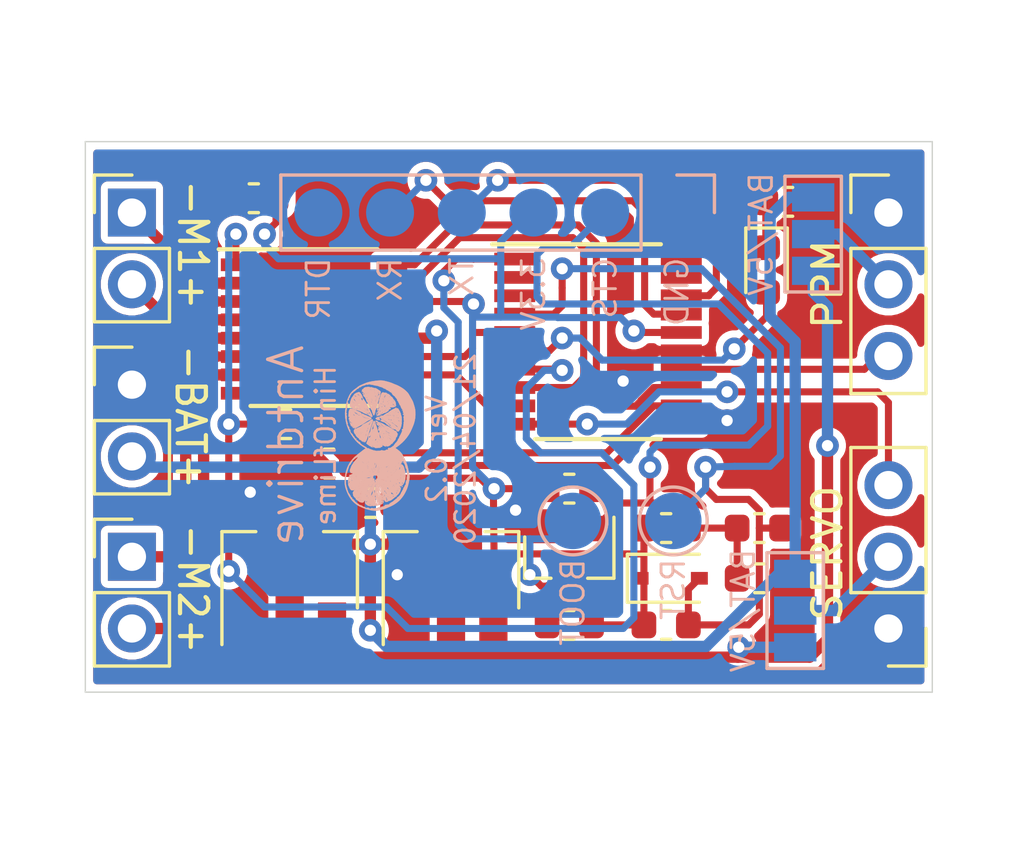
<source format=kicad_pcb>
(kicad_pcb (version 20171130) (host pcbnew "(5.1.5)-3")
  (layers (0 F.Cu signal) (31 B.Cu signal) (34 B.Paste user) (35 F.Paste user) (36 B.SilkS user) (37 F.SilkS user) (38 B.Mask user) (39 F.Mask user) (44 Edge.Cuts user))
  (net 0 "")
  (net 1 +BATT)
  (net 2 "Net-(M1-Pad2)")
  (net 3 "Net-(M1-Pad1)")
  (net 4 "Net-(M2-Pad2)")
  (net 5 "Net-(M2-Pad1)")
  (net 6 BOOT)
  (net 7 +3V3)
  (net 8 !SLEEP)
  (net 9 !FAULT)
  (net 10 "Net-(U2-Pad20)")
  (net 11 BIN2)
  (net 12 BIN1)
  (net 13 AIN2)
  (net 14 AIN1)
  (net 15 "Net-(U2-Pad3)")
  (net 16 "Net-(U2-Pad2)")
  (net 17 GND)
  (net 18 PPM)
  (net 19 LED)
  (net 20 "Net-(D1-Pad1)")
  (net 21 !RST)
  (net 22 DTR)
  (net 23 CTS)
  (net 24 TX)
  (net 25 RX)
  (net 26 SERVO)
  (net 27 "Net-(J2-Pad2)")
  (net 28 "Net-(J3-Pad2)")
  (net 29 +5V)
  (net 30 "Net-(U2-Pad19)")
  (module Symbol:lime_5mm (layer B.Cu) (at 161.163 48.768 270)
    (fp_text reference LOGO1 hide)
    (fp_text value TestPoint hide)
  )
  (module Package_SO:TSSOP-20_4.4x6.5mm_P0.65mm (layer F.Cu) (at 168.91 45.085)
    (fp_text reference U2 hide)
    (fp_text value STM32F030F4Px)
    (pad 20 smd rect (at 2.95 -2.925) (size 1.45 0.45) (layers F.Cu F.Paste F.Mask) (net 10 "Net-(U2-Pad20)"))
    (pad 19 smd rect (at 2.95 -2.275) (size 1.45 0.45) (layers F.Cu F.Paste F.Mask) (net 30 "Net-(U2-Pad19)"))
    (pad 18 smd rect (at 2.95 -1.625) (size 1.45 0.45) (layers F.Cu F.Paste F.Mask) (net 24 TX))
    (pad 17 smd rect (at 2.95 -0.975) (size 1.45 0.45) (layers F.Cu F.Paste F.Mask) (net 25 RX))
    (pad 16 smd rect (at 2.95 -0.325) (size 1.45 0.45) (layers F.Cu F.Paste F.Mask) (net 7 +3V3))
    (pad 15 smd rect (at 2.95 0.325) (size 1.45 0.45) (layers F.Cu F.Paste F.Mask) (net 17 GND))
    (pad 14 smd rect (at 2.95 0.975) (size 1.45 0.45) (layers F.Cu F.Paste F.Mask) (net 18 PPM))
    (pad 13 smd rect (at 2.95 1.625) (size 1.45 0.45) (layers F.Cu F.Paste F.Mask) (net 14 AIN1))
    (pad 12 smd rect (at 2.95 2.275) (size 1.45 0.45) (layers F.Cu F.Paste F.Mask) (net 12 BIN1))
    (pad 11 smd rect (at 2.95 2.925) (size 1.45 0.45) (layers F.Cu F.Paste F.Mask) (net 9 !FAULT))
    (pad 10 smd rect (at -2.95 2.925) (size 1.45 0.45) (layers F.Cu F.Paste F.Mask) (net 26 SERVO))
    (pad 9 smd rect (at -2.95 2.275) (size 1.45 0.45) (layers F.Cu F.Paste F.Mask) (net 11 BIN2))
    (pad 8 smd rect (at -2.95 1.625) (size 1.45 0.45) (layers F.Cu F.Paste F.Mask) (net 13 AIN2))
    (pad 7 smd rect (at -2.95 0.975) (size 1.45 0.45) (layers F.Cu F.Paste F.Mask) (net 8 !SLEEP))
    (pad 6 smd rect (at -2.95 0.325) (size 1.45 0.45) (layers F.Cu F.Paste F.Mask) (net 19 LED))
    (pad 5 smd rect (at -2.95 -0.325) (size 1.45 0.45) (layers F.Cu F.Paste F.Mask) (net 7 +3V3))
    (pad 4 smd rect (at -2.95 -0.975) (size 1.45 0.45) (layers F.Cu F.Paste F.Mask) (net 21 !RST))
    (pad 3 smd rect (at -2.95 -1.625) (size 1.45 0.45) (layers F.Cu F.Paste F.Mask) (net 15 "Net-(U2-Pad3)"))
    (pad 2 smd rect (at -2.95 -2.275) (size 1.45 0.45) (layers F.Cu F.Paste F.Mask) (net 16 "Net-(U2-Pad2)"))
    (pad 1 smd rect (at -2.95 -2.925) (size 1.45 0.45) (layers F.Cu F.Paste F.Mask) (net 6 BOOT))
  )
  (module Package_SO:TSSOP-16-1EP_4.4x5mm_P0.65mm (layer F.Cu) (at 158.85 44.6375)
    (fp_text reference U3 hide)
    (fp_text value DRV8848)
    (pad 17 smd rect (at -0.735 -1.3425) (size 1.47 0.895) (layers F.Cu F.Paste F.Mask) (net 17 GND))
    (pad 17 smd rect (at -0.735 -0.4475) (size 1.47 0.895) (layers F.Cu F.Paste F.Mask) (net 17 GND))
    (pad 17 smd rect (at -0.735 0.4475) (size 1.47 0.895) (layers F.Cu F.Paste F.Mask) (net 17 GND))
    (pad 17 smd rect (at -0.735 1.3425) (size 1.47 0.895) (layers F.Cu F.Paste F.Mask) (net 17 GND))
    (pad 17 smd rect (at 0.735 -1.3425) (size 1.47 0.895) (layers F.Cu F.Paste F.Mask) (net 17 GND))
    (pad 17 smd rect (at 0.735 -0.4475) (size 1.47 0.895) (layers F.Cu F.Paste F.Mask) (net 17 GND))
    (pad 17 smd rect (at 0.735 0.4475) (size 1.47 0.895) (layers F.Cu F.Paste F.Mask) (net 17 GND))
    (pad 17 smd rect (at 0.735 1.3425) (size 1.47 0.895) (layers F.Cu F.Paste F.Mask) (net 17 GND))
    (pad 16 smd rect (at 2.775 -2.275) (size 1.05 0.45) (layers F.Cu F.Paste F.Mask) (net 14 AIN1))
    (pad 15 smd rect (at 2.775 -1.625) (size 1.05 0.45) (layers F.Cu F.Paste F.Mask) (net 13 AIN2))
    (pad 14 smd rect (at 2.775 -0.975) (size 1.05 0.45) (layers F.Cu F.Paste F.Mask) (net 7 +3V3))
    (pad 13 smd rect (at 2.775 -0.325) (size 1.05 0.45) (layers F.Cu F.Paste F.Mask) (net 17 GND))
    (pad 12 smd rect (at 2.775 0.325) (size 1.05 0.45) (layers F.Cu F.Paste F.Mask) (net 1 +BATT))
    (pad 11 smd rect (at 2.775 0.975) (size 1.05 0.45) (layers F.Cu F.Paste F.Mask) (net 7 +3V3))
    (pad 10 smd rect (at 2.775 1.625) (size 1.05 0.45) (layers F.Cu F.Paste F.Mask) (net 11 BIN2))
    (pad 9 smd rect (at 2.775 2.275) (size 1.05 0.45) (layers F.Cu F.Paste F.Mask) (net 12 BIN1))
    (pad 8 smd rect (at -2.775 2.275) (size 1.05 0.45) (layers F.Cu F.Paste F.Mask) (net 9 !FAULT))
    (pad 7 smd rect (at -2.775 1.625) (size 1.05 0.45) (layers F.Cu F.Paste F.Mask) (net 4 "Net-(M2-Pad2)"))
    (pad 6 smd rect (at -2.775 0.975) (size 1.05 0.45) (layers F.Cu F.Paste F.Mask) (net 17 GND))
    (pad 5 smd rect (at -2.775 0.325) (size 1.05 0.45) (layers F.Cu F.Paste F.Mask) (net 5 "Net-(M2-Pad1)"))
    (pad 4 smd rect (at -2.775 -0.325) (size 1.05 0.45) (layers F.Cu F.Paste F.Mask) (net 2 "Net-(M1-Pad2)"))
    (pad 3 smd rect (at -2.775 -0.975) (size 1.05 0.45) (layers F.Cu F.Paste F.Mask) (net 17 GND))
    (pad 2 smd rect (at -2.775 -1.625) (size 1.05 0.45) (layers F.Cu F.Paste F.Mask) (net 3 "Net-(M1-Pad1)"))
    (pad 1 smd rect (at -2.775 -2.275) (size 1.05 0.45) (layers F.Cu F.Paste F.Mask) (net 8 !SLEEP))
  )
  (module Package_TO_SOT_SMD:SOT-89-3 (layer F.Cu) (at 163.703 53.594 90)
    (fp_text reference U5 hide)
    (fp_text value HT75xx-1-SOT89)
    (pad 2 smd trapezoid (at 2.667 0) (size 1.6 0.85) (rect_delta 0 0.6) (layers F.Cu F.Paste F.Mask) (net 1 +BATT))
    (pad 1 smd rect (at -1.48 -1.5) (size 1 1.5) (layers F.Cu F.Paste F.Mask) (net 17 GND))
    (pad 2 smd rect (at -1.3335 0) (size 1 1.8) (layers F.Cu F.Paste F.Mask) (net 1 +BATT))
    (pad 3 smd rect (at -1.48 1.5) (size 1 1.5) (layers F.Cu F.Paste F.Mask) (net 7 +3V3))
    (pad 2 smd rect (at 1.3335 0) (size 2.2 1.84) (layers F.Cu F.Paste F.Mask) (net 1 +BATT))
    (pad 2 smd trapezoid (at -0.0762 0 180) (size 1.5 1) (rect_delta 0 0.7) (layers F.Cu F.Paste F.Mask) (net 1 +BATT))
  )
  (module TestPoint:TestPoint_Pad_D2.0mm (layer B.Cu) (at 171.577 51.435)
    (fp_text reference TP2 hide)
    (fp_text value Conn_01x01)
    (pad 1 smd circle (at 0 0) (size 2 2) (layers B.Cu B.Mask) (net 21 !RST))
  )
  (module TestPoint:TestPoint_Pad_D2.0mm (layer B.Cu) (at 168.021 51.435)
    (fp_text reference TP1 hide)
    (fp_text value Conn_01x01)
    (pad 1 smd circle (at 0 0) (size 2 2) (layers B.Cu B.Mask) (net 6 BOOT))
  )
  (module Resistor_SMD:R_0603_1608Metric (layer F.Cu) (at 171.323 55.118)
    (fp_text reference R7 hide)
    (fp_text value 10k)
    (pad 2 smd roundrect (at 0.7875 0) (size 0.875 0.95) (layers F.Cu F.Paste F.Mask) (net 21 !RST))
    (pad 1 smd roundrect (at -0.7875 0) (size 0.875 0.95) (layers F.Cu F.Paste F.Mask) (net 7 +3V3))
  )
  (module Resistor_SMD:R_0603_1608Metric (layer F.Cu) (at 174.625 53.467)
    (fp_text reference R6 hide)
    (fp_text value 680)
    (pad 2 smd roundrect (at 0.7875 0) (size 0.875 0.95) (layers F.Cu F.Paste F.Mask) (net 17 GND))
    (pad 1 smd roundrect (at -0.7875 0) (size 0.875 0.95) (layers F.Cu F.Paste F.Mask) (net 23 CTS))
  )
  (module Resistor_SMD:R_0603_1608Metric (layer F.Cu) (at 167.894 55.118)
    (fp_text reference R5 hide)
    (fp_text value 1k)
    (pad 2 smd roundrect (at 0.7875 0) (size 0.875 0.95) (layers F.Cu F.Paste F.Mask) (net 7 +3V3))
    (pad 1 smd roundrect (at -0.7875 0) (size 0.875 0.95) (layers F.Cu F.Paste F.Mask) (net 6 BOOT))
  )
  (module Resistor_SMD:R_0603_1608Metric (layer F.Cu) (at 175.641 40.132 180)
    (fp_text reference R4 hide)
    (fp_text value 220)
    (pad 2 smd roundrect (at 0.7875 0 180) (size 0.875 0.95) (layers F.Cu F.Paste F.Mask) (net 20 "Net-(D1-Pad1)"))
    (pad 1 smd roundrect (at -0.7875 0 180) (size 0.875 0.95) (layers F.Cu F.Paste F.Mask) (net 17 GND))
  )
  (module Resistor_SMD:R_0603_1608Metric (layer F.Cu) (at 167.894 50.292 180)
    (fp_text reference R3 hide)
    (fp_text value 1k)
    (pad 2 smd roundrect (at 0.7875 0 180) (size 0.875 0.95) (layers F.Cu F.Paste F.Mask) (net 7 +3V3))
    (pad 1 smd roundrect (at -0.7875 0 180) (size 0.875 0.95) (layers F.Cu F.Paste F.Mask) (net 9 !FAULT))
  )
  (module Resistor_SMD:R_0603_1608Metric (layer F.Cu) (at 157.861 48.006)
    (fp_text reference R2 hide)
    (fp_text value 1k)
    (pad 2 smd roundrect (at 0.7875 0) (size 0.875 0.95) (layers F.Cu F.Paste F.Mask) (net 7 +3V3))
    (pad 1 smd roundrect (at -0.7875 0) (size 0.875 0.95) (layers F.Cu F.Paste F.Mask) (net 8 !SLEEP))
  )
  (module Resistor_SMD:R_0603_1608Metric (layer F.Cu) (at 171.323 51.689 180)
    (fp_text reference R1 hide)
    (fp_text value 1k)
    (pad 2 smd roundrect (at 0.7875 0 180) (size 0.875 0.95) (layers F.Cu F.Paste F.Mask) (net 7 +3V3))
    (pad 1 smd roundrect (at -0.7875 0 180) (size 0.875 0.95) (layers F.Cu F.Paste F.Mask) (net 23 CTS))
  )
  (module Package_TO_SOT_SMD:SOT-23 (layer F.Cu) (at 167.894 52.705 270)
    (fp_text reference Q1 hide)
    (fp_text value MMBT3904)
    (pad 3 smd rect (at 1 0 270) (size 0.9 0.8) (layers F.Cu F.Paste F.Mask) (net 6 BOOT))
    (pad 2 smd rect (at -1 0.95 270) (size 0.9 0.8) (layers F.Cu F.Paste F.Mask) (net 17 GND))
    (pad 1 smd rect (at -1 -0.95 270) (size 0.9 0.8) (layers F.Cu F.Paste F.Mask) (net 23 CTS))
  )
  (module Connector_PinHeader_2.54mm:PinHeader_1x02_P2.54mm_Vertical (layer F.Cu) (at 152.4 52.705)
    (fp_text reference M2 hide)
    (fp_text value Conn_01x02)
    (pad 2 thru_hole oval (at 0 2.54) (size 1.7 1.7) (drill 1) (layers *.Cu *.Mask) (net 4 "Net-(M2-Pad2)"))
    (pad 1 thru_hole rect (at 0 0) (size 1.7 1.7) (drill 1) (layers *.Cu *.Mask) (net 5 "Net-(M2-Pad1)"))
  )
  (module Connector_PinHeader_2.54mm:PinHeader_1x02_P2.54mm_Vertical (layer F.Cu) (at 152.4 40.513)
    (fp_text reference M1 hide)
    (fp_text value Conn_01x02)
    (pad 2 thru_hole oval (at 0 2.54) (size 1.7 1.7) (drill 1) (layers *.Cu *.Mask) (net 2 "Net-(M1-Pad2)"))
    (pad 1 thru_hole rect (at 0 0) (size 1.7 1.7) (drill 1) (layers *.Cu *.Mask) (net 3 "Net-(M1-Pad1)"))
  )
  (module Connector_PinHeader_2.54mm:PinHeader_1x03_P2.54mm_Vertical (layer F.Cu) (at 179.197 40.513)
    (fp_text reference J2 hide)
    (fp_text value Conn_01x03)
    (pad 3 thru_hole oval (at 0 5.08) (size 1.7 1.7) (drill 1) (layers *.Cu *.Mask) (net 18 PPM))
    (pad 2 thru_hole oval (at 0 2.54) (size 1.7 1.7) (drill 1) (layers *.Cu *.Mask) (net 27 "Net-(J2-Pad2)"))
    (pad 1 thru_hole rect (at 0 0) (size 1.7 1.7) (drill 1) (layers *.Cu *.Mask) (net 17 GND))
  )
  (module Connector_PinSocket_2.54mm:PinSocket_1x06_P2.54mm_Vertical (layer B.Cu) (at 171.704 40.513 90)
    (fp_text reference J1 hide)
    (fp_text value Conn_01x06)
    (pad 1 smd rect (at 0 0 90) (size 1.7 1.7) (layers B.Cu B.Mask) (net 17 GND))
    (pad 2 smd oval (at 0 -2.54 90) (size 1.7 1.7) (layers B.Cu B.Mask) (net 23 CTS))
    (pad 3 smd oval (at 0 -5.08 90) (size 1.7 1.7) (layers B.Cu B.Mask) (net 7 +3V3))
    (pad 4 smd oval (at 0 -7.62 90) (size 1.7 1.7) (layers B.Cu B.Mask) (net 24 TX))
    (pad 5 smd oval (at 0 -10.16 90) (size 1.7 1.7) (layers B.Cu B.Mask) (net 25 RX))
    (pad 6 smd oval (at 0 -12.7 90) (size 1.7 1.7) (layers B.Cu B.Mask) (net 22 DTR))
  )
  (module Diode_SMD:D_SOD-323 (layer F.Cu) (at 171.45 53.467)
    (fp_text reference D2 hide)
    (fp_text value D)
    (pad 2 smd rect (at 1.05 0) (size 0.6 0.45) (layers F.Cu F.Paste F.Mask) (net 21 !RST))
    (pad 1 smd rect (at -1.05 0) (size 0.6 0.45) (layers F.Cu F.Paste F.Mask) (net 7 +3V3))
  )
  (module LED_SMD:LED_0603_1608Metric (layer F.Cu) (at 174.879 42.545 270)
    (fp_text reference D1 hide)
    (fp_text value LED)
    (pad 2 smd roundrect (at 0.7875 0 270) (size 0.875 0.95) (layers F.Cu F.Paste F.Mask) (net 19 LED))
    (pad 1 smd roundrect (at -0.7875 0 270) (size 0.875 0.95) (layers F.Cu F.Paste F.Mask) (net 20 "Net-(D1-Pad1)"))
  )
  (module Capacitor_SMD:C_0603_1608Metric (layer F.Cu) (at 174.625 51.689)
    (fp_text reference C4 hide)
    (fp_text value 2.2u)
    (pad 2 smd roundrect (at 0.7875 0) (size 0.875 0.95) (layers F.Cu F.Paste F.Mask) (net 21 !RST))
    (pad 1 smd roundrect (at -0.7875 0) (size 0.875 0.95) (layers F.Cu F.Paste F.Mask) (net 23 CTS))
  )
  (module Capacitor_SMD:C_0603_1608Metric (layer F.Cu) (at 156.718 40.005 180)
    (fp_text reference C3 hide)
    (fp_text value 10u)
    (pad 2 smd roundrect (at 0.7875 0 180) (size 0.875 0.95) (layers F.Cu F.Paste F.Mask) (net 17 GND))
    (pad 1 smd roundrect (at -0.7875 0 180) (size 0.875 0.95) (layers F.Cu F.Paste F.Mask) (net 7 +3V3))
  )
  (module Capacitor_SMD:C_0603_1608Metric (layer F.Cu) (at 159.385 49.403 180)
    (fp_text reference C2 hide)
    (fp_text value 10u)
    (pad 2 smd roundrect (at 0.7875 0 180) (size 0.875 0.95) (layers F.Cu F.Paste F.Mask) (net 17 GND))
    (pad 1 smd roundrect (at -0.7875 0 180) (size 0.875 0.95) (layers F.Cu F.Paste F.Mask) (net 7 +3V3))
  )
  (module Capacitor_SMD:C_0603_1608Metric (layer F.Cu) (at 160.8455 50.8 180)
    (fp_text reference C1 hide)
    (fp_text value 10u)
    (pad 2 smd roundrect (at 0.7875 0 180) (size 0.875 0.95) (layers F.Cu F.Paste F.Mask) (net 17 GND))
    (pad 1 smd roundrect (at -0.7875 0 180) (size 0.875 0.95) (layers F.Cu F.Paste F.Mask) (net 1 +BATT))
  )
  (module Connector_PinHeader_2.54mm:PinHeader_1x02_P2.54mm_Vertical (layer F.Cu) (at 152.4 46.609)
    (fp_text reference BAT1 hide)
    (fp_text value Conn_01x02)
    (pad 2 thru_hole oval (at 0 2.54) (size 1.7 1.7) (drill 1) (layers *.Cu *.Mask) (net 1 +BATT))
    (pad 1 thru_hole rect (at 0 0) (size 1.7 1.7) (drill 1) (layers *.Cu *.Mask) (net 17 GND))
  )
  (module Package_TO_SOT_SMD:SOT-89-3 (layer F.Cu) (at 157.988 53.594 90)
    (fp_text reference U1 hide)
    (fp_text value HT75xx-1-SOT89)
    (pad 2 smd trapezoid (at 2.667 0) (size 1.6 0.85) (rect_delta 0 0.6) (layers F.Cu F.Paste F.Mask) (net 1 +BATT))
    (pad 1 smd rect (at -1.48 -1.5) (size 1 1.5) (layers F.Cu F.Paste F.Mask) (net 17 GND))
    (pad 2 smd rect (at -1.3335 0) (size 1 1.8) (layers F.Cu F.Paste F.Mask) (net 1 +BATT))
    (pad 3 smd rect (at -1.48 1.5) (size 1 1.5) (layers F.Cu F.Paste F.Mask) (net 29 +5V))
    (pad 2 smd rect (at 1.3335 0) (size 2.2 1.84) (layers F.Cu F.Paste F.Mask) (net 1 +BATT))
    (pad 2 smd trapezoid (at -0.0762 0 180) (size 1.5 1) (rect_delta 0 0.7) (layers F.Cu F.Paste F.Mask) (net 1 +BATT))
  )
  (module Jumper:SolderJumper-3_P1.3mm_Open_Pad1.0x1.5mm_NumberLabels (layer B.Cu) (at 175.895 54.61 90)
    (fp_text reference JP2 hide)
    (fp_text value SolderJumper_3_Open)
    (pad 1 smd rect (at -1.3 0 90) (size 1 1.5) (layers B.Cu B.Mask) (net 29 +5V))
    (pad 2 smd rect (at 0 0 90) (size 1 1.5) (layers B.Cu B.Mask) (net 28 "Net-(J3-Pad2)"))
    (pad 3 smd rect (at 1.3 0 90) (size 1 1.5) (layers B.Cu B.Mask) (net 1 +BATT))
  )
  (module Jumper:SolderJumper-3_P1.3mm_Open_Pad1.0x1.5mm_NumberLabels (layer B.Cu) (at 176.53 41.275 90)
    (fp_text reference JP1 hide)
    (fp_text value SolderJumper_3_Open)
    (pad 1 smd rect (at -1.3 0 90) (size 1 1.5) (layers B.Cu B.Mask) (net 29 +5V))
    (pad 2 smd rect (at 0 0 90) (size 1 1.5) (layers B.Cu B.Mask) (net 27 "Net-(J2-Pad2)"))
    (pad 3 smd rect (at 1.3 0 90) (size 1 1.5) (layers B.Cu B.Mask) (net 1 +BATT))
  )
  (module Connector_PinHeader_2.54mm:PinHeader_1x03_P2.54mm_Vertical (layer F.Cu) (at 179.197 55.245 180)
    (fp_text reference J3 hide)
    (fp_text value Conn_01x03)
    (pad 3 thru_hole oval (at 0 5.08 180) (size 1.7 1.7) (drill 1) (layers *.Cu *.Mask) (net 26 SERVO))
    (pad 2 thru_hole oval (at 0 2.54 180) (size 1.7 1.7) (drill 1) (layers *.Cu *.Mask) (net 28 "Net-(J3-Pad2)"))
    (pad 1 thru_hole rect (at 0 0 180) (size 1.7 1.7) (drill 1) (layers *.Cu *.Mask) (net 17 GND))
  )
  (gr_text "BOOT\n" (at 168.021 52.705 90) (layer B.SilkS) (effects (font (size 0.8 0.8) (thickness 0.1)) (justify left mirror)))
  (gr_text RST (at 171.577 52.705 90) (layer B.SilkS) (effects (font (size 0.8 0.8) (thickness 0.1)) (justify left mirror)))
  (gr_text "BAT/5V\n" (at 174.0535 54.61 90) (layer B.SilkS) (effects (font (size 0.8 0.8) (thickness 0.1)) (justify mirror)))
  (gr_text "BAT/5V\n" (at 174.6885 41.275 90) (layer B.SilkS) (effects (font (size 0.8 0.8) (thickness 0.1)) (justify mirror)))
  (gr_text GND (at 171.704 42.037 90) (layer B.SilkS) (effects (font (size 0.8 0.8) (thickness 0.1)) (justify left mirror)))
  (gr_text "DTR\n" (at 159.004 42.037 90) (layer B.SilkS) (effects (font (size 0.8 0.8) (thickness 0.1)) (justify left mirror)))
  (gr_text RX (at 161.544 42.037 90) (layer B.SilkS) (effects (font (size 0.8 0.8) (thickness 0.1)) (justify left mirror)))
  (gr_text "TX\n" (at 164.084 42.037 90) (layer B.SilkS) (effects (font (size 0.8 0.8) (thickness 0.1)) (justify left mirror)))
  (gr_text "3.3V\n" (at 166.624 42.037 90) (layer B.SilkS) (effects (font (size 0.8 0.8) (thickness 0.1)) (justify left mirror)))
  (gr_text "CTS\n" (at 169.164 42.037 90) (layer B.SilkS) (effects (font (size 0.8 0.8) (thickness 0.1)) (justify left mirror)))
  (gr_text 21/04/2020 (at 164.211 48.895 90) (layer B.SilkS) (effects (font (size 0.7 0.7) (thickness 0.1)) (justify mirror)))
  (gr_text "Ver 0.2" (at 163.195 48.895 90) (layer B.SilkS) (effects (font (size 0.7 0.7) (thickness 0.1)) (justify mirror)))
  (gr_text HintOfLime (at 159.258 48.768 90) (layer B.SilkS) (effects (font (size 0.7 0.7) (thickness 0.1)) (justify mirror)))
  (gr_text "PPM\n" (at 177.038 43.053 90) (layer F.SilkS) (effects (font (size 1 1))))
  (gr_text -M1+ (at 154.559 41.656 270) (layer F.SilkS) (effects (font (size 1 1))))
  (gr_text -M2+ (at 154.559 53.848 270) (layer F.SilkS) (effects (font (size 1 1))))
  (gr_text "-BAT+\n\n" (at 153.67 47.752 270) (layer F.SilkS) (effects (font (size 1 1))))
  (gr_text "SERVO\n" (at 177.038 52.578 90) (layer F.SilkS) (effects (font (size 1 1))))
  (gr_line (start 150.75 57.5) (end 150.75 38) (layer Edge.Cuts) (width 0.05))
  (gr_line (start 180.75 57.5) (end 150.75 57.5) (layer Edge.Cuts) (width 0.05))
  (gr_line (start 180.75 38) (end 180.75 57.5) (layer Edge.Cuts) (width 0.05))
  (gr_line (start 150.75 38) (end 180.75 38) (layer Edge.Cuts) (width 0.05))
  (gr_text Antdrive (at 157.861 48.768 90) (layer B.SilkS) (effects (font (size 1.2 1.2) (thickness 0.12)) (justify mirror)))
  (via (at 155.829 53.213) (size 0.8) (drill 0.4) (layers F.Cu B.Cu) (net 8))
  (via (at 167.64 46.101) (size 0.8) (drill 0.4) (layers F.Cu B.Cu) (net 8))
  (via (at 155.829 48.006) (size 0.8) (drill 0.4) (layers F.Cu B.Cu) (net 8))
  (via (at 166.497 53.34) (size 0.8) (drill 0.4) (layers F.Cu B.Cu) (net 6))
  (via (at 172.72 49.53) (size 0.8) (drill 0.4) (layers F.Cu B.Cu) (net 21))
  (via (at 177.038 48.768) (size 0.8) (drill 0.4) (layers F.Cu B.Cu) (net 29))
  (via (at 173.482 46.863) (size 0.8) (drill 0.4) (layers F.Cu B.Cu) (net 26))
  (via (at 162.814 39.37) (size 0.8) (drill 0.4) (layers F.Cu B.Cu) (net 25))
  (via (at 165.354 39.37) (size 0.8) (drill 0.4) (layers F.Cu B.Cu) (net 24))
  (via (at 173.736 45.339) (size 0.8) (drill 0.4) (layers F.Cu B.Cu) (net 19))
  (via (at 165.227 50.292) (size 0.8) (drill 0.4) (layers F.Cu B.Cu) (net 7))
  (via (at 168.529 48.006) (size 0.8) (drill 0.4) (layers F.Cu B.Cu) (net 26))
  (via (at 170.18 44.704) (size 0.8) (drill 0.4) (layers F.Cu B.Cu) (net 7))
  (via (at 164.5 43.75) (size 0.8) (drill 0.4) (layers F.Cu B.Cu) (net 7))
  (via (at 163.195 44.704) (size 0.8) (drill 0.4) (layers F.Cu B.Cu) (net 1))
  (segment (start 162.9365 44.9625) (end 161.625 44.9625) (width 0.4) (layer F.Cu) (net 1))
  (segment (start 163.195 44.704) (end 162.9365 44.9625) (width 0.4) (layer F.Cu) (net 1))
  (segment (start 163.195 44.704) (end 163.195 48.895) (width 0.4) (layer B.Cu) (net 1))
  (segment (start 158.242 52.2605) (end 159.742 52.2605) (width 0.4) (layer F.Cu) (net 1))
  (via (at 160.8455 52.2605) (size 0.8) (drill 0.4) (layers F.Cu B.Cu) (net 1))
  (segment (start 160.8455 49.5935) (end 160.8455 52.2605) (width 0.4) (layer B.Cu) (net 1))
  (segment (start 160.909 49.53) (end 160.8455 49.5935) (width 0.4) (layer B.Cu) (net 1))
  (segment (start 162.56 49.53) (end 160.909 49.53) (width 0.4) (layer B.Cu) (net 1))
  (segment (start 159.742 52.2605) (end 160.8455 52.2605) (width 0.4) (layer F.Cu) (net 1))
  (segment (start 162.56 49.53) (end 163.195 48.895) (width 0.4) (layer B.Cu) (net 1))
  (segment (start 161.417 55.88) (end 160.8455 55.3085) (width 0.4) (layer B.Cu) (net 1))
  (segment (start 172.738998 55.88) (end 161.417 55.88) (width 0.4) (layer B.Cu) (net 1))
  (segment (start 175.895 53.31) (end 175.308998 53.31) (width 0.4) (layer B.Cu) (net 1))
  (segment (start 175.308998 53.31) (end 172.738998 55.88) (width 0.4) (layer B.Cu) (net 1))
  (segment (start 163.703 50.927) (end 163.703 54.9275) (width 0.25) (layer F.Cu) (net 1))
  (segment (start 157.988 50.927) (end 157.988 54.9275) (width 0.25) (layer F.Cu) (net 1))
  (segment (start 161.633 52.235) (end 161.633 50.8) (width 0.4) (layer F.Cu) (net 1))
  (segment (start 161.6075 52.2605) (end 161.633 52.235) (width 0.4) (layer F.Cu) (net 1))
  (segment (start 161.6075 52.2605) (end 163.703 52.2605) (width 0.4) (layer F.Cu) (net 1))
  (segment (start 160.8455 52.2605) (end 161.6075 52.2605) (width 0.4) (layer F.Cu) (net 1))
  (segment (start 175.006 40.64) (end 175.671 39.975) (width 0.4) (layer B.Cu) (net 1))
  (segment (start 175.006 44.196) (end 175.006 40.64) (width 0.4) (layer B.Cu) (net 1))
  (segment (start 175.895 53.31) (end 175.895 45.085) (width 0.4) (layer B.Cu) (net 1))
  (segment (start 175.671 39.975) (end 176.53 39.975) (width 0.4) (layer B.Cu) (net 1))
  (segment (start 175.895 45.085) (end 175.006 44.196) (width 0.4) (layer B.Cu) (net 1))
  (segment (start 152.781 49.53) (end 152.4 49.149) (width 0.4) (layer B.Cu) (net 1))
  (segment (start 160.909 49.53) (end 152.781 49.53) (width 0.4) (layer B.Cu) (net 1))
  (segment (start 153.6595 44.3125) (end 156.075 44.3125) (width 0.4) (layer F.Cu) (net 2))
  (segment (start 152.4 43.053) (end 153.6595 44.3125) (width 0.4) (layer F.Cu) (net 2))
  (segment (start 152.4 40.513) (end 154.8995 43.0125) (width 0.4) (layer F.Cu) (net 3))
  (segment (start 154.8995 43.0125) (end 156.075 43.0125) (width 0.4) (layer F.Cu) (net 3))
  (via (at 167.64 42.5) (size 0.8) (drill 0.4) (layers F.Cu B.Cu) (net 21))
  (via (at 167.64 44.958) (size 0.8) (drill 0.4) (layers F.Cu B.Cu) (net 19))
  (via (at 163.449 42.926) (size 0.8) (drill 0.4) (layers F.Cu B.Cu) (net 6))
  (via (at 156.083 41.275) (size 0.8) (drill 0.4) (layers F.Cu B.Cu) (net 8))
  (segment (start 153.602081 52.705) (end 154.305 52.002081) (width 0.4) (layer F.Cu) (net 5))
  (segment (start 152.4 52.705) (end 153.602081 52.705) (width 0.4) (layer F.Cu) (net 5))
  (segment (start 155.15 44.9625) (end 156.075 44.9625) (width 0.4) (layer F.Cu) (net 5))
  (segment (start 154.305 45.8075) (end 155.15 44.9625) (width 0.4) (layer F.Cu) (net 5))
  (segment (start 154.305 52.002081) (end 154.305 45.8075) (width 0.4) (layer F.Cu) (net 5))
  (segment (start 155.254998 46.2625) (end 154.94 46.577498) (width 0.4) (layer F.Cu) (net 4))
  (segment (start 156.075 46.2625) (end 155.254998 46.2625) (width 0.4) (layer F.Cu) (net 4))
  (segment (start 154.94 46.577498) (end 154.94 54.61) (width 0.4) (layer F.Cu) (net 4))
  (segment (start 154.305 55.245) (end 152.4 55.245) (width 0.4) (layer F.Cu) (net 4))
  (segment (start 154.94 54.61) (end 154.305 55.245) (width 0.4) (layer F.Cu) (net 4))
  (segment (start 165.964 42.164) (end 165.96 42.16) (width 0.25) (layer F.Cu) (net 6))
  (segment (start 167.878 53.721) (end 167.894 53.705) (width 0.25) (layer F.Cu) (net 6))
  (segment (start 167.1065 55.118) (end 167.1065 53.7465) (width 0.25) (layer F.Cu) (net 6))
  (segment (start 167.1065 53.7465) (end 167.132 53.721) (width 0.25) (layer F.Cu) (net 6))
  (segment (start 167.132 53.721) (end 167.878 53.721) (width 0.25) (layer F.Cu) (net 6))
  (segment (start 164.504 42.16) (end 164.5 42.164) (width 0.25) (layer F.Cu) (net 6))
  (segment (start 165.96 42.16) (end 164.504 42.16) (width 0.25) (layer F.Cu) (net 6))
  (segment (start 163.449 42.59991) (end 163.449 42.926) (width 0.25) (layer F.Cu) (net 6))
  (segment (start 164.504 42.16) (end 163.88891 42.16) (width 0.25) (layer F.Cu) (net 6))
  (segment (start 163.88891 42.16) (end 163.449 42.59991) (width 0.25) (layer F.Cu) (net 6))
  (segment (start 163.449 43.884998) (end 163.957 44.392998) (width 0.25) (layer B.Cu) (net 6))
  (segment (start 163.449 42.926) (end 163.449 43.884998) (width 0.25) (layer B.Cu) (net 6))
  (segment (start 163.957 44.392998) (end 163.957 51.562) (width 0.25) (layer B.Cu) (net 6))
  (segment (start 163.957 51.562) (end 164.465 52.07) (width 0.25) (layer B.Cu) (net 6))
  (segment (start 164.465 52.07) (end 166.497 52.07) (width 0.25) (layer B.Cu) (net 6))
  (segment (start 167.386 52.07) (end 168.021 51.435) (width 0.25) (layer B.Cu) (net 6))
  (segment (start 166.497 52.07) (end 167.386 52.07) (width 0.25) (layer B.Cu) (net 6))
  (segment (start 165.074998 44.76) (end 165.96 44.76) (width 0.25) (layer F.Cu) (net 7))
  (segment (start 164.1325 45.6125) (end 161.625 45.6125) (width 0.25) (layer F.Cu) (net 7))
  (segment (start 164.1325 45.6125) (end 164.1915 45.6125) (width 0.25) (layer F.Cu) (net 7))
  (segment (start 164.465 45.339) (end 164.1915 45.6125) (width 0.25) (layer F.Cu) (net 7))
  (segment (start 164.536 44.76) (end 164.465 44.831) (width 0.25) (layer F.Cu) (net 7))
  (segment (start 165.96 44.76) (end 164.536 44.76) (width 0.25) (layer F.Cu) (net 7))
  (segment (start 164.465 43.942) (end 164.465 44.831) (width 0.25) (layer F.Cu) (net 7))
  (segment (start 164.465 44.831) (end 164.465 45.339) (width 0.25) (layer F.Cu) (net 7))
  (segment (start 164.3635 43.6625) (end 164.465 43.561) (width 0.25) (layer F.Cu) (net 7))
  (segment (start 161.625 43.6625) (end 164.3635 43.6625) (width 0.25) (layer F.Cu) (net 7))
  (segment (start 164.465 43.942) (end 164.465 43.561) (width 0.25) (layer F.Cu) (net 7))
  (segment (start 170.236 44.76) (end 170.18 44.704) (width 0.25) (layer F.Cu) (net 7))
  (segment (start 171.86 44.76) (end 170.236 44.76) (width 0.25) (layer F.Cu) (net 7))
  (segment (start 170.18 44.704) (end 170.18 44.45) (width 0.25) (layer B.Cu) (net 7))
  (segment (start 164.465 49.53) (end 165.227 50.292) (width 0.25) (layer B.Cu) (net 7))
  (segment (start 165.203 50.316) (end 165.227 50.292) (width 0.25) (layer F.Cu) (net 7))
  (segment (start 165.227 50.292) (end 167.1065 50.292) (width 0.25) (layer F.Cu) (net 7))
  (segment (start 168.6815 55.118) (end 170.5355 55.118) (width 0.25) (layer F.Cu) (net 7))
  (segment (start 170.5355 53.6025) (end 170.4 53.467) (width 0.25) (layer F.Cu) (net 7))
  (segment (start 170.5355 55.118) (end 170.5355 53.6025) (width 0.25) (layer F.Cu) (net 7))
  (segment (start 170.5355 53.3315) (end 170.4 53.467) (width 0.25) (layer F.Cu) (net 7))
  (segment (start 165.2525 52.6035) (end 165.227 52.578) (width 0.25) (layer F.Cu) (net 7))
  (segment (start 170.5355 51.689) (end 170.5355 52.6035) (width 0.25) (layer F.Cu) (net 7))
  (segment (start 170.5355 52.6035) (end 165.2525 52.6035) (width 0.25) (layer F.Cu) (net 7))
  (segment (start 165.203 55.074) (end 165.227 52.578) (width 0.25) (layer F.Cu) (net 7))
  (segment (start 165.227 52.578) (end 165.203 50.316) (width 0.25) (layer F.Cu) (net 7))
  (segment (start 170.5355 52.6035) (end 170.5355 53.3315) (width 0.25) (layer F.Cu) (net 7))
  (segment (start 158.674 48.0315) (end 158.6485 48.006) (width 0.25) (layer F.Cu) (net 7))
  (segment (start 165.1 50.292) (end 165.227 50.292) (width 0.25) (layer F.Cu) (net 7))
  (segment (start 164.730019 49.922019) (end 165.1 50.292) (width 0.25) (layer F.Cu) (net 7))
  (segment (start 161.129018 49.922018) (end 164.730019 49.922019) (width 0.25) (layer F.Cu) (net 7))
  (segment (start 160.1725 49.403) (end 160.61 49.403) (width 0.25) (layer F.Cu) (net 7))
  (segment (start 160.1725 49.403) (end 160.0455 49.403) (width 0.25) (layer F.Cu) (net 7))
  (segment (start 164.5 43.75) (end 164.5 44) (width 0.25) (layer B.Cu) (net 7))
  (segment (start 164.5 44) (end 164.465 44.069) (width 0.25) (layer B.Cu) (net 7))
  (segment (start 164.465 44.215) (end 164.465 49.53) (width 0.25) (layer B.Cu) (net 7))
  (segment (start 164.465 44.069) (end 164.465 44.215) (width 0.25) (layer B.Cu) (net 7))
  (segment (start 169.708999 44.232999) (end 170.18 44.704) (width 0.25) (layer B.Cu) (net 7))
  (segment (start 167.482999 44.232999) (end 169.708999 44.232999) (width 0.25) (layer B.Cu) (net 7))
  (segment (start 167.465 44.215) (end 167.482999 44.232999) (width 0.25) (layer B.Cu) (net 7))
  (segment (start 166.535 44.215) (end 167.465 44.215) (width 0.25) (layer B.Cu) (net 7))
  (segment (start 166.487 40.513) (end 166.624 40.513) (width 0.25) (layer B.Cu) (net 7))
  (segment (start 165.465 41.535) (end 166.487 40.513) (width 0.25) (layer B.Cu) (net 7))
  (segment (start 165.465 44.215) (end 166.535 44.215) (width 0.25) (layer B.Cu) (net 7))
  (segment (start 164.465 44.215) (end 165.465 44.215) (width 0.25) (layer B.Cu) (net 7))
  (segment (start 165.465 42.148) (end 157.591 42.148) (width 0.25) (layer B.Cu) (net 7))
  (segment (start 165.465 42.148) (end 165.465 41.535) (width 0.25) (layer B.Cu) (net 7))
  (segment (start 165.465 44.215) (end 165.465 42.148) (width 0.25) (layer B.Cu) (net 7))
  (segment (start 157.591 42.148) (end 157.099 41.656) (width 0.25) (layer B.Cu) (net 7))
  (segment (start 157.099 41.656) (end 157.099 41.275) (width 0.25) (layer B.Cu) (net 7))
  (segment (start 157.099 41.275) (end 157.099 41.275) (width 0.25) (layer B.Cu) (net 7))
  (via (at 157.099 41.275) (size 0.8) (drill 0.4) (layers F.Cu B.Cu) (net 7))
  (segment (start 157.5055 40.8685) (end 157.099 41.275) (width 0.25) (layer F.Cu) (net 7))
  (segment (start 157.5055 39.751) (end 157.5055 40.8685) (width 0.25) (layer F.Cu) (net 7))
  (segment (start 156.083 42.3545) (end 156.075 42.3625) (width 0.25) (layer F.Cu) (net 8))
  (segment (start 156.083 41.275) (end 156.083 42.3545) (width 0.25) (layer F.Cu) (net 8))
  (segment (start 155.829 41.529) (end 156.083 41.275) (width 0.25) (layer B.Cu) (net 8))
  (segment (start 155.829 48.006) (end 155.829 41.529) (width 0.25) (layer B.Cu) (net 8))
  (segment (start 155.829 48.006) (end 157.0735 48.006) (width 0.25) (layer F.Cu) (net 8))
  (segment (start 167.599 46.06) (end 167.64 46.101) (width 0.25) (layer F.Cu) (net 8))
  (segment (start 165.96 46.06) (end 167.599 46.06) (width 0.25) (layer F.Cu) (net 8))
  (segment (start 170.885 48.01) (end 171.86 48.01) (width 0.25) (layer F.Cu) (net 9))
  (segment (start 169.422991 49.472009) (end 170.885 48.01) (width 0.25) (layer F.Cu) (net 9))
  (segment (start 168.6815 49.515518) (end 168.6815 50.292) (width 0.25) (layer F.Cu) (net 9))
  (segment (start 168.725009 49.472009) (end 168.6815 49.515518) (width 0.25) (layer F.Cu) (net 9))
  (segment (start 168.725009 49.472009) (end 169.422991 49.472009) (width 0.25) (layer F.Cu) (net 9))
  (segment (start 162.4 46.2625) (end 161.625 46.2625) (width 0.25) (layer F.Cu) (net 11))
  (segment (start 164.985 47.36) (end 163.8875 46.2625) (width 0.25) (layer F.Cu) (net 11))
  (segment (start 163.8875 46.2625) (end 162.4 46.2625) (width 0.25) (layer F.Cu) (net 11))
  (segment (start 165.96 47.36) (end 164.985 47.36) (width 0.25) (layer F.Cu) (net 11))
  (segment (start 167.158 46.71) (end 165.96 46.71) (width 0.25) (layer F.Cu) (net 13))
  (segment (start 168.047 46.71) (end 167.158 46.71) (width 0.25) (layer F.Cu) (net 13))
  (segment (start 168.402 46.355) (end 168.047 46.71) (width 0.25) (layer F.Cu) (net 13))
  (segment (start 162.4 43.0125) (end 164.0105 41.402) (width 0.25) (layer F.Cu) (net 13))
  (segment (start 161.625 43.0125) (end 162.4 43.0125) (width 0.25) (layer F.Cu) (net 13))
  (segment (start 164.0105 41.402) (end 168.021 41.402) (width 0.25) (layer F.Cu) (net 13))
  (segment (start 168.021 41.402) (end 168.402 41.783) (width 0.25) (layer F.Cu) (net 13))
  (segment (start 168.402 41.783) (end 168.402 46.355) (width 0.25) (layer F.Cu) (net 13))
  (segment (start 170.434 47.161) (end 170.885 46.71) (width 0.25) (layer F.Cu) (net 14))
  (segment (start 170.885 46.71) (end 171.86 46.71) (width 0.25) (layer F.Cu) (net 14))
  (segment (start 170.434 47.17459) (end 170.434 47.161) (width 0.25) (layer F.Cu) (net 14))
  (segment (start 170.434 47.17459) (end 170.433412 47.17459) (width 0.25) (layer F.Cu) (net 14))
  (segment (start 162.41359 42.3625) (end 161.625 42.3625) (width 0.25) (layer F.Cu) (net 14))
  (segment (start 170.23759 47.371) (end 169.291 47.371) (width 0.25) (layer F.Cu) (net 14))
  (segment (start 163.8241 40.95199) (end 162.41359 42.3625) (width 0.25) (layer F.Cu) (net 14))
  (segment (start 168.852009 46.932009) (end 168.85201 41.5966) (width 0.25) (layer F.Cu) (net 14))
  (segment (start 170.434 47.17459) (end 170.23759 47.371) (width 0.25) (layer F.Cu) (net 14))
  (segment (start 168.207401 40.951991) (end 163.8241 40.95199) (width 0.25) (layer F.Cu) (net 14))
  (segment (start 168.85201 41.5966) (end 168.207401 40.951991) (width 0.25) (layer F.Cu) (net 14))
  (segment (start 169.291 47.371) (end 168.852009 46.932009) (width 0.25) (layer F.Cu) (net 14))
  (via (at 160.8455 55.3085) (size 0.8) (drill 0.4) (layers F.Cu B.Cu) (net 1))
  (segment (start 160.8455 52.2605) (end 160.8455 55.3085) (width 0.4) (layer F.Cu) (net 1))
  (segment (start 166.9035 53.7465) (end 166.497 53.34) (width 0.25) (layer F.Cu) (net 6))
  (segment (start 167.1065 53.7465) (end 166.9035 53.7465) (width 0.25) (layer F.Cu) (net 6))
  (segment (start 166.497 52.07) (end 166.497 53.34) (width 0.25) (layer B.Cu) (net 6))
  (segment (start 160.61 49.403) (end 161.129018 49.922018) (width 0.25) (layer F.Cu) (net 7))
  (segment (start 160.0455 49.403) (end 158.6485 48.006) (width 0.25) (layer F.Cu) (net 7))
  (segment (start 155.829 48.006) (end 155.829 48.571685) (width 0.25) (layer F.Cu) (net 8))
  (segment (start 155.829 48.571685) (end 155.829 53.213) (width 0.25) (layer F.Cu) (net 8))
  (segment (start 157.099 54.483) (end 155.829 53.213) (width 0.25) (layer B.Cu) (net 8))
  (segment (start 166.37 46.736) (end 166.37 48.514) (width 0.25) (layer B.Cu) (net 8))
  (segment (start 167.64 46.101) (end 167.005 46.101) (width 0.25) (layer B.Cu) (net 8))
  (segment (start 169.037 49.022) (end 170.18 50.165) (width 0.25) (layer B.Cu) (net 8))
  (segment (start 166.37 48.514) (end 166.878 49.022) (width 0.25) (layer B.Cu) (net 8))
  (segment (start 170.18 54.864) (end 169.799 55.245) (width 0.25) (layer B.Cu) (net 8))
  (segment (start 167.005 46.101) (end 166.37 46.736) (width 0.25) (layer B.Cu) (net 8))
  (segment (start 170.18 50.165) (end 170.18 54.864) (width 0.25) (layer B.Cu) (net 8))
  (segment (start 169.799 55.245) (end 162.179 55.245) (width 0.25) (layer B.Cu) (net 8))
  (segment (start 162.179 55.245) (end 161.417 54.483) (width 0.25) (layer B.Cu) (net 8))
  (segment (start 166.878 49.022) (end 169.037 49.022) (width 0.25) (layer B.Cu) (net 8))
  (segment (start 161.417 54.483) (end 157.099 54.483) (width 0.25) (layer B.Cu) (net 8))
  (segment (start 161.865599 49.472009) (end 168.725009 49.472009) (width 0.25) (layer F.Cu) (net 9))
  (segment (start 159.3075 46.9125) (end 161.17499 48.77999) (width 0.25) (layer F.Cu) (net 9))
  (segment (start 161.17499 48.7814) (end 161.865599 49.472009) (width 0.25) (layer F.Cu) (net 9))
  (segment (start 161.17499 48.77999) (end 161.17499 48.7814) (width 0.25) (layer F.Cu) (net 9))
  (segment (start 156.075 46.9125) (end 159.3075 46.9125) (width 0.25) (layer F.Cu) (net 9))
  (segment (start 171.86 47.36) (end 170.885 47.36) (width 0.25) (layer F.Cu) (net 12))
  (segment (start 161.625 48.595) (end 161.625 46.9125) (width 0.25) (layer F.Cu) (net 12))
  (segment (start 170.885 47.36) (end 169.223 49.022) (width 0.25) (layer F.Cu) (net 12))
  (segment (start 169.223 49.022) (end 162.052 49.022) (width 0.25) (layer F.Cu) (net 12))
  (segment (start 162.052 49.022) (end 161.625 48.595) (width 0.25) (layer F.Cu) (net 12))
  (via (at 165.989 51.054) (size 0.8) (drill 0.4) (layers F.Cu B.Cu) (net 17))
  (via (at 169.799 46.482) (size 0.8) (drill 0.4) (layers F.Cu B.Cu) (net 17))
  (via (at 173.482 47.879) (size 0.8) (drill 0.4) (layers F.Cu B.Cu) (net 17))
  (via (at 156.591 50.419) (size 0.8) (drill 0.4) (layers F.Cu B.Cu) (net 17))
  (via (at 161.798 53.34) (size 0.8) (drill 0.4) (layers F.Cu B.Cu) (net 17))
  (segment (start 172.175001 46.064001) (end 178.344999 46.064001) (width 0.25) (layer F.Cu) (net 18))
  (segment (start 171.86 46.06) (end 172.171 46.06) (width 0.25) (layer F.Cu) (net 18))
  (segment (start 172.171 46.06) (end 172.175001 46.064001) (width 0.25) (layer F.Cu) (net 18))
  (segment (start 178.816 45.593) (end 179.197 45.593) (width 0.25) (layer F.Cu) (net 18))
  (segment (start 178.344999 46.064001) (end 178.816 45.593) (width 0.25) (layer F.Cu) (net 18))
  (segment (start 167.188 45.41) (end 167.64 44.958) (width 0.25) (layer F.Cu) (net 19))
  (segment (start 165.96 45.41) (end 167.188 45.41) (width 0.25) (layer F.Cu) (net 19))
  (segment (start 173.336001 45.738999) (end 173.736 45.339) (width 0.25) (layer B.Cu) (net 19))
  (segment (start 169.055999 45.738999) (end 173.336001 45.738999) (width 0.25) (layer B.Cu) (net 19))
  (segment (start 167.64 44.958) (end 168.275 44.958) (width 0.25) (layer B.Cu) (net 19))
  (segment (start 168.275 44.958) (end 169.055999 45.738999) (width 0.25) (layer B.Cu) (net 19))
  (segment (start 174.879 44.196) (end 173.736 45.339) (width 0.25) (layer F.Cu) (net 19))
  (segment (start 174.879 43.3325) (end 174.879 44.196) (width 0.25) (layer F.Cu) (net 19))
  (segment (start 174.8535 41.732) (end 174.879 41.7575) (width 0.25) (layer F.Cu) (net 20))
  (segment (start 174.8535 40.132) (end 174.8535 41.732) (width 0.25) (layer F.Cu) (net 20))
  (segment (start 165.96 44.11) (end 167.345 44.11) (width 0.25) (layer F.Cu) (net 21))
  (segment (start 167.64 43.815) (end 167.64 43.18) (width 0.25) (layer F.Cu) (net 21))
  (segment (start 167.345 44.11) (end 167.64 43.815) (width 0.25) (layer F.Cu) (net 21))
  (segment (start 172.1105 53.8565) (end 172.5 53.467) (width 0.25) (layer F.Cu) (net 21))
  (segment (start 172.1105 55.118) (end 172.1105 53.8565) (width 0.25) (layer F.Cu) (net 21))
  (segment (start 167.64 43.18) (end 167.64 42.5) (width 0.25) (layer F.Cu) (net 21))
  (segment (start 172.567524 42.5) (end 167.64 42.5) (width 0.25) (layer B.Cu) (net 21))
  (segment (start 173.75 49.5) (end 175 49.5) (width 0.25) (layer B.Cu) (net 21))
  (segment (start 172.72 49.53) (end 173.75 49.5) (width 0.25) (layer B.Cu) (net 21))
  (segment (start 175.36999 49.13001) (end 175.36999 45.302466) (width 0.25) (layer B.Cu) (net 21))
  (segment (start 175 49.5) (end 175.36999 49.13001) (width 0.25) (layer B.Cu) (net 21))
  (segment (start 175.36999 45.302466) (end 172.567524 42.5) (width 0.25) (layer B.Cu) (net 21))
  (segment (start 174.244 55.118) (end 172.1105 55.118) (width 0.25) (layer F.Cu) (net 21))
  (segment (start 174.625 54.737) (end 174.244 55.118) (width 0.25) (layer F.Cu) (net 21))
  (segment (start 172.72 50.292) (end 173.101 50.673) (width 0.25) (layer F.Cu) (net 21))
  (segment (start 172.72 49.53) (end 172.72 50.292) (width 0.25) (layer F.Cu) (net 21))
  (segment (start 173.101 50.673) (end 174.244 50.673) (width 0.25) (layer F.Cu) (net 21))
  (segment (start 174.244 50.673) (end 174.625 51.054) (width 0.25) (layer F.Cu) (net 21))
  (segment (start 174.975 51.689) (end 174.625 51.689) (width 0.25) (layer F.Cu) (net 21))
  (segment (start 175.4125 51.689) (end 174.975 51.689) (width 0.25) (layer F.Cu) (net 21))
  (segment (start 174.625 51.054) (end 174.625 51.689) (width 0.25) (layer F.Cu) (net 21))
  (segment (start 174.625 51.689) (end 174.625 54.737) (width 0.25) (layer F.Cu) (net 21))
  (segment (start 172.72 50.292) (end 171.577 51.435) (width 0.25) (layer B.Cu) (net 21))
  (segment (start 172.72 49.53) (end 172.72 50.292) (width 0.25) (layer B.Cu) (net 21))
  (segment (start 168.844 51.705) (end 168.844 51.501) (width 0.25) (layer F.Cu) (net 23))
  (segment (start 172.1105 51.689) (end 173.8375 51.689) (width 0.25) (layer F.Cu) (net 23))
  (segment (start 173.8375 51.689) (end 173.8375 53.467) (width 0.25) (layer F.Cu) (net 23))
  (segment (start 168.844 51.655) (end 169.699 50.8) (width 0.25) (layer F.Cu) (net 23))
  (segment (start 168.844 51.705) (end 168.844 51.655) (width 0.25) (layer F.Cu) (net 23))
  (segment (start 172.1105 51.214) (end 172.1105 51.689) (width 0.25) (layer F.Cu) (net 23))
  (segment (start 171.6965 50.8) (end 172.1105 51.214) (width 0.25) (layer F.Cu) (net 23))
  (segment (start 170.75 49.75) (end 170.75 49.75) (width 0.25) (layer B.Cu) (net 23))
  (via (at 170.75 49.53) (size 0.8) (drill 0.4) (layers F.Cu B.Cu) (net 23))
  (segment (start 170.75 49) (end 170.75 49.53) (width 0.25) (layer B.Cu) (net 23))
  (segment (start 166.75 42) (end 166.75 43.5) (width 0.25) (layer B.Cu) (net 23))
  (segment (start 167 41.75) (end 166.75 42) (width 0.25) (layer B.Cu) (net 23))
  (segment (start 169.164 40.513) (end 167.927 41.75) (width 0.25) (layer B.Cu) (net 23))
  (segment (start 167.927 41.75) (end 167 41.75) (width 0.25) (layer B.Cu) (net 23))
  (segment (start 167 43.75) (end 173.181114 43.75) (width 0.25) (layer B.Cu) (net 23))
  (segment (start 173.181114 43.75) (end 174.91998 45.488866) (width 0.25) (layer B.Cu) (net 23))
  (segment (start 166.75 43.5) (end 167 43.75) (width 0.25) (layer B.Cu) (net 23))
  (segment (start 174.91998 45.488866) (end 174.91998 48.08002) (width 0.25) (layer B.Cu) (net 23))
  (segment (start 174.25 48.75) (end 171 48.75) (width 0.25) (layer B.Cu) (net 23))
  (segment (start 171 48.75) (end 170.75 49) (width 0.25) (layer B.Cu) (net 23))
  (segment (start 174.91998 48.08002) (end 174.25 48.75) (width 0.25) (layer B.Cu) (net 23))
  (segment (start 170.75 50.735) (end 170.75 49.53) (width 0.25) (layer F.Cu) (net 23))
  (segment (start 170.815 50.8) (end 170.75 50.735) (width 0.25) (layer F.Cu) (net 23))
  (segment (start 170.815 50.8) (end 171.6965 50.8) (width 0.25) (layer F.Cu) (net 23))
  (segment (start 169.699 50.8) (end 170.815 50.8) (width 0.25) (layer F.Cu) (net 23))
  (segment (start 172.72 39.37) (end 165.354 39.37) (width 0.25) (layer F.Cu) (net 24))
  (segment (start 172.835 43.46) (end 172.835 43.446) (width 0.25) (layer F.Cu) (net 24))
  (segment (start 171.86 43.46) (end 172.835 43.46) (width 0.25) (layer F.Cu) (net 24))
  (segment (start 172.835 43.446) (end 173.101 43.18) (width 0.25) (layer F.Cu) (net 24))
  (segment (start 173.101 43.18) (end 173.101 39.751) (width 0.25) (layer F.Cu) (net 24))
  (segment (start 173.101 39.751) (end 172.72 39.37) (width 0.25) (layer F.Cu) (net 24))
  (segment (start 164.211 40.513) (end 165.354 39.37) (width 0.25) (layer B.Cu) (net 24))
  (segment (start 164.084 40.513) (end 164.211 40.513) (width 0.25) (layer B.Cu) (net 24))
  (segment (start 161.671 40.513) (end 162.814 39.37) (width 0.25) (layer B.Cu) (net 25))
  (segment (start 161.544 40.513) (end 161.671 40.513) (width 0.25) (layer B.Cu) (net 25))
  (segment (start 163.539001 40.095001) (end 163.213999 39.769999) (width 0.25) (layer F.Cu) (net 25))
  (segment (start 171.86 44.11) (end 170.885 44.11) (width 0.25) (layer F.Cu) (net 25))
  (segment (start 163.213999 39.769999) (end 162.814 39.37) (width 0.25) (layer F.Cu) (net 25))
  (segment (start 170.561 40.513) (end 170.143001 40.095001) (width 0.25) (layer F.Cu) (net 25))
  (segment (start 170.561 43.786) (end 170.561 40.513) (width 0.25) (layer F.Cu) (net 25))
  (segment (start 170.885 44.11) (end 170.561 43.786) (width 0.25) (layer F.Cu) (net 25))
  (segment (start 170.143001 40.095001) (end 163.539001 40.095001) (width 0.25) (layer F.Cu) (net 25))
  (segment (start 179.197 47.244) (end 179.197 50.165) (width 0.25) (layer F.Cu) (net 26))
  (segment (start 173.482 46.863) (end 178.816 46.863) (width 0.25) (layer F.Cu) (net 26))
  (segment (start 178.816 46.863) (end 179.197 47.244) (width 0.25) (layer F.Cu) (net 26))
  (segment (start 166.506009 48.006) (end 166.41001 47.910001) (width 0.25) (layer F.Cu) (net 26))
  (segment (start 167.64 48.006) (end 166.506009 48.006) (width 0.25) (layer F.Cu) (net 26))
  (segment (start 173.482 46.863) (end 171.069 46.863) (width 0.25) (layer B.Cu) (net 26))
  (segment (start 171.069 46.863) (end 169.926 48.006) (width 0.25) (layer B.Cu) (net 26))
  (segment (start 167.64 48.006) (end 168.529 48.006) (width 0.25) (layer F.Cu) (net 26))
  (segment (start 169.926 48.006) (end 168.529 48.006) (width 0.25) (layer B.Cu) (net 26))
  (segment (start 177.419 41.275) (end 179.197 43.053) (width 0.4) (layer B.Cu) (net 27))
  (segment (start 176.53 41.275) (end 177.419 41.275) (width 0.4) (layer B.Cu) (net 27))
  (segment (start 177.292 54.61) (end 179.197 52.705) (width 0.4) (layer B.Cu) (net 28))
  (segment (start 175.895 54.61) (end 177.292 54.61) (width 0.4) (layer B.Cu) (net 28))
  (segment (start 159.488 55.074) (end 159.488 55.475) (width 0.4) (layer F.Cu) (net 29))
  (segment (start 176.403 56.261) (end 177.038 55.626) (width 0.4) (layer F.Cu) (net 29))
  (segment (start 159.488 55.475) (end 160.274 56.261) (width 0.4) (layer F.Cu) (net 29))
  (segment (start 177.038 43.845) (end 176.53 43.337) (width 0.4) (layer B.Cu) (net 29))
  (segment (start 175.895 55.91) (end 173.893 55.91) (width 0.4) (layer B.Cu) (net 29))
  (segment (start 173.893 55.91) (end 173.893 55.91) (width 0.4) (layer B.Cu) (net 29))
  (via (at 173.893 55.91) (size 0.8) (drill 0.4) (layers F.Cu B.Cu) (net 29))
  (segment (start 173.893 56.231) (end 173.863 56.261) (width 0.4) (layer F.Cu) (net 29))
  (segment (start 173.893 55.91) (end 173.893 56.231) (width 0.4) (layer F.Cu) (net 29))
  (segment (start 160.274 56.261) (end 173.863 56.261) (width 0.4) (layer F.Cu) (net 29))
  (segment (start 173.863 56.261) (end 176.403 56.261) (width 0.4) (layer F.Cu) (net 29))
  (segment (start 176.53 43.337) (end 176.53 42.575) (width 0.4) (layer B.Cu) (net 29))
  (segment (start 177.038 55.626) (end 177.038 51.943) (width 0.4) (layer F.Cu) (net 29))
  (segment (start 177.038 51.943) (end 177.038 48.768) (width 0.4) (layer F.Cu) (net 29))
  (segment (start 177.038 43.845) (end 177.038 48.768) (width 0.4) (layer B.Cu) (net 29))
  (zone (net 17) (net_name GND) (layer F.Cu) (connect_pads yes (clearance 0.254)) (min_thickness 0.254) (fill yes (arc_segments 32) (thermal_gap 0.504) (thermal_bridge_width 0.504))
    (polygon (pts (xy 183 59) (xy 149 59) (xy 149 37) (xy 183 37)))
  )
  (zone (net 17) (net_name GND) (layer B.Cu) (connect_pads yes (clearance 0.254)) (min_thickness 0.254) (fill yes (arc_segments 32) (thermal_gap 0.508) (thermal_bridge_width 0.508))
    (polygon (pts (xy 184 60) (xy 148 60) (xy 148 36) (xy 184 36)))
  )
)
</source>
